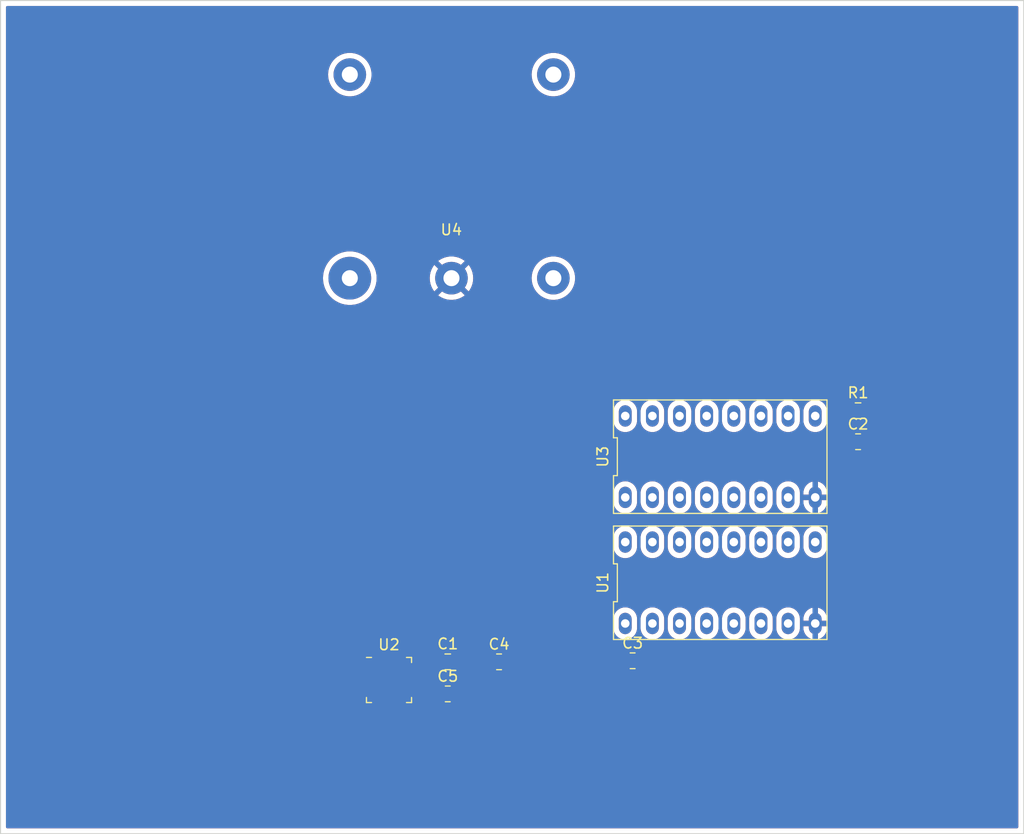
<source format=kicad_pcb>
(kicad_pcb (version 20211014) (generator pcbnew)
  (layers (0 "F.Cu" signal) (31 "B.Cu" signal) (34 "B.Paste" user) (35 "F.Paste" user) (36 "B.SilkS" user "B.Silkscreen") (37 "F.SilkS" user "F.Silkscreen") (38 "B.Mask" user) (39 "F.Mask" user) (44 "Edge.Cuts" user))
  (net 0 "")
  (net 1 "Net-(C1-Pad1)")
  (net 2 "GND")
  (net 3 "VCC")
  (net 18 "/uart_rx")
  (net 38 "/uart_tx")
  (footprint "gpsdo:DIP-16_300_ELL" (layer "F.Cu") (at 127.3 96.4)
    (fp_text reference "U1" (at -10.99 0 90) (layer "F.SilkS"))
    (fp_text value "CD74HC390")
    (fp_line (start -9.99 -5.31) (end -9.99 -1.77) (layer "F.SilkS") (width 0.12))
    (fp_line (start 9.99 5.31) (end 9.99 -5.309999) (layer "F.SilkS") (width 0.12))
    (fp_line (start 9.99 -5.309999) (end -9.99 -5.31) (layer "F.SilkS") (width 0.12))
    (fp_line (start -9.99 5.309999) (end 9.99 5.31) (layer "F.SilkS") (width 0.12))
    (fp_line (start -9.63 1.769999) (end -9.99 1.769999) (layer "F.SilkS") (width 0.12))
    (fp_line (start -9.99 -1.77) (end -9.63 -1.77) (layer "F.SilkS") (width 0.12))
    (fp_line (start -9.63 -1.77) (end -9.63 1.769999) (layer "F.SilkS") (width 0.12))
    (fp_line (start -9.99 1.769999) (end -9.99 5.309999) (layer "F.SilkS") (width 0.12))
    (pad "1" thru_hole oval (at -8.89 3.81) (size 1.2 2) (drill 0.8) (layers *.Cu *.Mask))
    (pad "2" thru_hole oval (at -6.35 3.81) (size 1.2 2) (drill 0.8) (layers *.Cu *.Mask))
    (pad "3" thru_hole oval (at -3.81 3.81) (size 1.2 2) (drill 0.8) (layers *.Cu *.Mask))
    (pad "4" thru_hole oval (at -1.27 3.81) (size 1.2 2) (drill 0.8) (layers *.Cu *.Mask))
    (pad "5" thru_hole oval (at 1.27 3.81) (size 1.2 2) (drill 0.8) (layers *.Cu *.Mask))
    (pad "6" thru_hole oval (at 3.81 3.81) (size 1.2 2) (drill 0.8) (layers *.Cu *.Mask))
    (pad "7" thru_hole oval (at 6.35 3.81) (size 1.2 2) (drill 0.8) (layers *.Cu *.Mask))
    (pad "8" thru_hole oval (at 8.89 3.81) (size 1.2 2) (drill 0.8) (layers *.Cu *.Mask) (net 2 "GND"))
    (pad "9" thru_hole oval (at 8.89 -3.81) (size 1.2 2) (drill 0.8) (layers *.Cu *.Mask))
    (pad "10" thru_hole oval (at 6.35 -3.81) (size 1.2 2) (drill 0.8) (layers *.Cu *.Mask))
    (pad "11" thru_hole oval (at 3.81 -3.81) (size 1.2 2) (drill 0.8) (layers *.Cu *.Mask))
    (pad "12" thru_hole oval (at 1.27 -3.81) (size 1.2 2) (drill 0.8) (layers *.Cu *.Mask))
    (pad "13" thru_hole oval (at -1.27 -3.81) (size 1.2 2) (drill 0.8) (layers *.Cu *.Mask))
    (pad "14" thru_hole oval (at -3.81 -3.81) (size 1.2 2) (drill 0.8) (layers *.Cu *.Mask))
    (pad "15" thru_hole oval (at -6.35 -3.81) (size 1.2 2) (drill 0.8) (layers *.Cu *.Mask))
    (pad "16" thru_hole oval (at -8.89 -3.81) (size 1.2 2) (drill 0.8) (layers *.Cu *.Mask) (net 3 "VCC"))
  )
  (footprint "Package_DFN_QFN:QFN-24-1EP_4x4mm_P0.5mm_EP2.6x2.6mm" (layer "F.Cu") (at 96.3 105.5)
    (fp_text reference "U2" (at 0 -3.3) (layer "F.SilkS"))
    (fp_text value "ATtiny3217-M")
    (fp_line (start 2.11 -2.11) (end 2.11 -1.635) (layer "F.SilkS") (width 0.12))
    (fp_line (start 2.11 2.11) (end 2.11 1.635) (layer "F.SilkS") (width 0.12))
    (fp_line (start -1.635 -2.11) (end -2.11 -2.11) (layer "F.SilkS") (width 0.12))
    (fp_line (start 1.635 -2.11) (end 2.11 -2.11) (layer "F.SilkS") (width 0.12))
    (fp_line (start 1.635 2.11) (end 2.11 2.11) (layer "F.SilkS") (width 0.12))
    (fp_line (start -2.11 2.11) (end -2.11 1.635) (layer "F.SilkS") (width 0.12))
    (fp_line (start -1.635 2.11) (end -2.11 2.11) (layer "F.SilkS") (width 0.12))
    (pad "1" smd roundrect (at -1.9375 -1.25) (size 0.825 0.25) (layers "F.Cu" "F.Paste" "F.Mask") (net 18 "/uart_rx"))
    (pad "2" smd roundrect (at -1.9375 -0.75) (size 0.825 0.25) (layers "F.Cu" "F.Paste" "F.Mask"))
    (pad "3" smd roundrect (at -1.9375 -0.25) (size 0.825 0.25) (layers "F.Cu" "F.Paste" "F.Mask") (net 2 "GND"))
    (pad "4" smd roundrect (at -1.9375 0.25) (size 0.825 0.25) (layers "F.Cu" "F.Paste" "F.Mask") (net 3 "VCC"))
    (pad "5" smd roundrect (at -1.9375 0.75) (size 0.825 0.25) (layers "F.Cu" "F.Paste" "F.Mask"))
    (pad "6" smd roundrect (at -1.9375 1.25) (size 0.825 0.25) (layers "F.Cu" "F.Paste" "F.Mask"))
    (pad "7" smd roundrect (at -1.25 1.9375) (size 0.25 0.825) (layers "F.Cu" "F.Paste" "F.Mask"))
    (pad "8" smd roundrect (at -0.75 1.9375) (size 0.25 0.825) (layers "F.Cu" "F.Paste" "F.Mask"))
    (pad "9" smd roundrect (at -0.25 1.9375) (size 0.25 0.825) (layers "F.Cu" "F.Paste" "F.Mask"))
    (pad "10" smd roundrect (at 0.25 1.9375) (size 0.25 0.825) (layers "F.Cu" "F.Paste" "F.Mask"))
    (pad "11" smd roundrect (at 0.75 1.9375) (size 0.25 0.825) (layers "F.Cu" "F.Paste" "F.Mask"))
    (pad "12" smd roundrect (at 1.25 1.9375) (size 0.25 0.825) (layers "F.Cu" "F.Paste" "F.Mask"))
    (pad "13" smd roundrect (at 1.9375 1.25) (size 0.825 0.25) (layers "F.Cu" "F.Paste" "F.Mask"))
    (pad "14" smd roundrect (at 1.9375 0.75) (size 0.825 0.25) (layers "F.Cu" "F.Paste" "F.Mask"))
    (pad "15" smd roundrect (at 1.9375 0.25) (size 0.825 0.25) (layers "F.Cu" "F.Paste" "F.Mask"))
    (pad "16" smd roundrect (at 1.9375 -0.25) (size 0.825 0.25) (layers "F.Cu" "F.Paste" "F.Mask"))
    (pad "17" smd roundrect (at 1.9375 -0.75) (size 0.825 0.25) (layers "F.Cu" "F.Paste" "F.Mask"))
    (pad "18" smd roundrect (at 1.9375 -1.25) (size 0.825 0.25) (layers "F.Cu" "F.Paste" "F.Mask"))
    (pad "19" smd roundrect (at 1.25 -1.9375) (size 0.25 0.825) (layers "F.Cu" "F.Paste" "F.Mask"))
    (pad "20" smd roundrect (at 0.75 -1.9375) (size 0.25 0.825) (layers "F.Cu" "F.Paste" "F.Mask"))
    (pad "21" smd roundrect (at 0.25 -1.9375) (size 0.25 0.825) (layers "F.Cu" "F.Paste" "F.Mask"))
    (pad "22" smd roundrect (at -0.25 -1.9375) (size 0.25 0.825) (layers "F.Cu" "F.Paste" "F.Mask"))
    (pad "23" smd roundrect (at -0.75 -1.9375) (size 0.25 0.825) (layers "F.Cu" "F.Paste" "F.Mask") (net 1 "Net-(C1-Pad1)"))
    (pad "24" smd roundrect (at -1.25 -1.9375) (size 0.25 0.825) (layers "F.Cu" "F.Paste" "F.Mask") (net 38 "/uart_tx"))
    (pad "25" smd rect (at 0 0) (size 2.6 2.6) (layers "F.Cu" "F.Mask") (net 2 "GND"))
  )
  (footprint "Resistor_SMD:R_0805_2012Metric_Pad1.20x1.40mm_HandSolder" (layer "F.Cu") (at 106.6 103.8)
    (fp_text reference "C4" (at 0 -1.65) (layer "F.SilkS"))
    (fp_text value "100nF")
    (fp_line (start -0.227064 0.735) (end 0.227064 0.735) (layer "F.SilkS") (width 0.12))
    (fp_line (start -0.227064 -0.735) (end 0.227064 -0.735) (layer "F.SilkS") (width 0.12))
    (pad "1" smd roundrect (at -1 0) (size 1.2 1.4) (layers "F.Cu" "F.Paste" "F.Mask") (roundrect_rratio 0.208333) (net 3 "VCC"))
    (pad "2" smd roundrect (at 1 0) (size 1.2 1.4) (layers "F.Cu" "F.Paste" "F.Mask") (roundrect_rratio 0.208333) (net 2 "GND"))
  )
  (footprint "Capacitor_SMD:C_0805_2012Metric_Pad1.18x1.45mm_HandSolder" (layer "F.Cu") (at 101.8 103.8)
    (fp_text reference "C1" (at 0 -1.68) (layer "F.SilkS"))
    (fp_text value "1nF")
    (fp_line (start -0.261252 0.735) (end 0.261252 0.735) (layer "F.SilkS") (width 0.12))
    (fp_line (start -0.261252 -0.735) (end 0.261252 -0.735) (layer "F.SilkS") (width 0.12))
    (pad "1" smd roundrect (at -1.0375 0) (size 1.175 1.45) (layers "F.Cu" "F.Paste" "F.Mask") (roundrect_rratio 0.212766) (net 1 "Net-(C1-Pad1)"))
    (pad "2" smd roundrect (at 1.0375 0) (size 1.175 1.45) (layers "F.Cu" "F.Paste" "F.Mask") (roundrect_rratio 0.212766) (net 2 "GND"))
  )
  (footprint "Resistor_SMD:R_0805_2012Metric_Pad1.20x1.40mm_HandSolder" (layer "F.Cu") (at 140.2 83.2)
    (fp_text reference "C2" (at 0 -1.65) (layer "F.SilkS"))
    (fp_text value "100nF")
    (fp_line (start -0.227064 -0.735) (end 0.227064 -0.735) (layer "F.SilkS") (width 0.12))
    (fp_line (start -0.227064 0.735) (end 0.227064 0.735) (layer "F.SilkS") (width 0.12))
    (pad "1" smd roundrect (at -1 0) (size 1.2 1.4) (layers "F.Cu" "F.Paste" "F.Mask") (roundrect_rratio 0.208333) (net 3 "VCC"))
    (pad "2" smd roundrect (at 1 0) (size 1.2 1.4) (layers "F.Cu" "F.Paste" "F.Mask") (roundrect_rratio 0.208333) (net 2 "GND"))
  )
  (footprint "Capacitor_SMD:C_0805_2012Metric_Pad1.18x1.45mm_HandSolder" (layer "F.Cu") (at 140.2 80.3)
    (fp_text reference "R1" (at 0 -1.68) (layer "F.SilkS"))
    (fp_text value "4k7")
    (fp_line (start -0.261252 0.735) (end 0.261252 0.735) (layer "F.SilkS") (width 0.12))
    (fp_line (start -0.261252 -0.735) (end 0.261252 -0.735) (layer "F.SilkS") (width 0.12))
    (pad "1" smd roundrect (at -1.0375 0) (size 1.175 1.45) (layers "F.Cu" "F.Paste" "F.Mask") (roundrect_rratio 0.212766) (net 3 "VCC"))
    (pad "2" smd roundrect (at 1.0375 0) (size 1.175 1.45) (layers "F.Cu" "F.Paste" "F.Mask") (roundrect_rratio 0.212766) (net 1 "Net-(C1-Pad1)"))
  )
  (footprint "gpsdo:DIP-16_300_ELL" (layer "F.Cu") (at 127.3 84.6)
    (fp_text reference "U3" (at -10.99 0 90) (layer "F.SilkS"))
    (fp_text value "MC74HC4046")
    (fp_line (start 9.99 -5.309999) (end -9.99 -5.31) (layer "F.SilkS") (width 0.12))
    (fp_line (start -9.63 -1.77) (end -9.63 1.769999) (layer "F.SilkS") (width 0.12))
    (fp_line (start -9.99 5.309999) (end 9.99 5.31) (layer "F.SilkS") (width 0.12))
    (fp_line (start -9.99 1.769999) (end -9.99 5.309999) (layer "F.SilkS") (width 0.12))
    (fp_line (start 9.99 5.31) (end 9.99 -5.309999) (layer "F.SilkS") (width 0.12))
    (fp_line (start -9.99 -5.31) (end -9.99 -1.77) (layer "F.SilkS") (width 0.12))
    (fp_line (start -9.99 -1.77) (end -9.63 -1.77) (layer "F.SilkS") (width 0.12))
    (fp_line (start -9.63 1.769999) (end -9.99 1.769999) (layer "F.SilkS") (width 0.12))
    (pad "1" thru_hole oval (at -8.89 3.81) (size 1.2 2) (drill 0.8) (layers *.Cu *.Mask))
    (pad "2" thru_hole oval (at -6.35 3.81) (size 1.2 2) (drill 0.8) (layers *.Cu *.Mask))
    (pad "3" thru_hole oval (at -3.81 3.81) (size 1.2 2) (drill 0.8) (layers *.Cu *.Mask))
    (pad "4" thru_hole oval (at -1.27 3.81) (size 1.2 2) (drill 0.8) (layers *.Cu *.Mask))
    (pad "5" thru_hole oval (at 1.27 3.81) (size 1.2 2) (drill 0.8) (layers *.Cu *.Mask))
    (pad "6" thru_hole oval (at 3.81 3.81) (size 1.2 2) (drill 0.8) (layers *.Cu *.Mask))
    (pad "7" thru_hole oval (at 6.35 3.81) (size 1.2 2) (drill 0.8) (layers *.Cu *.Mask))
    (pad "8" thru_hole oval (at 8.89 3.81) (size 1.2 2) (drill 0.8) (layers *.Cu *.Mask) (net 2 "GND"))
    (pad "9" thru_hole oval (at 8.89 -3.81) (size 1.2 2) (drill 0.8) (layers *.Cu *.Mask))
    (pad "10" thru_hole oval (at 6.35 -3.81) (size 1.2 2) (drill 0.8) (layers *.Cu *.Mask))
    (pad "11" thru_hole oval (at 3.81 -3.81) (size 1.2 2) (drill 0.8) (layers *.Cu *.Mask))
    (pad "12" thru_hole oval (at 1.27 -3.81) (size 1.2 2) (drill 0.8) (layers *.Cu *.Mask))
    (pad "13" thru_hole oval (at -1.27 -3.81) (size 1.2 2) (drill 0.8) (layers *.Cu *.Mask))
    (pad "14" thru_hole oval (at -3.81 -3.81) (size 1.2 2) (drill 0.8) (layers *.Cu *.Mask))
    (pad "15" thru_hole oval (at -6.35 -3.81) (size 1.2 2) (drill 0.8) (layers *.Cu *.Mask))
    (pad "16" thru_hole oval (at -8.89 -3.81) (size 1.2 2) (drill 0.8) (layers *.Cu *.Mask) (net 3 "VCC"))
  )
  (footprint "Resistor_SMD:R_0805_2012Metric_Pad1.20x1.40mm_HandSolder" (layer "F.Cu") (at 101.8 106.8)
    (fp_text reference "C5" (at 0 -1.65) (layer "F.SilkS"))
    (fp_text value "100nF")
    (fp_line (start -0.227064 -0.735) (end 0.227064 -0.735) (layer "F.SilkS") (width 0.12))
    (fp_line (start -0.227064 0.735) (end 0.227064 0.735) (layer "F.SilkS") (width 0.12))
    (pad "1" smd roundrect (at -1 0) (size 1.2 1.4) (layers "F.Cu" "F.Paste" "F.Mask") (roundrect_rratio 0.208333) (net 3 "VCC"))
    (pad "2" smd roundrect (at 1 0) (size 1.2 1.4) (layers "F.Cu" "F.Paste" "F.Mask") (roundrect_rratio 0.208333) (net 2 "GND"))
  )
  (footprint "gpsdo:CTI OXCO" (layer "F.Cu") (at 102.108 61.468)
    (fp_text reference "U4" (at 0.025 1.9 unlocked) (layer "F.SilkS"))
    (fp_text value "OCS52A")
    (pad "1" thru_hole circle (at -9.475 6.425 180) (size 4 4) (drill 1.5) (layers *.Cu *.Mask))
    (pad "2" thru_hole circle (at 0.0375 6.425 180) (size 3.048 3.048) (drill 1.5) (layers *.Cu *.Mask) (net 2 "GND"))
    (pad "3" thru_hole circle (at 9.575 6.425 180) (size 3.048 3.048) (drill 1.5) (layers *.Cu *.Mask))
    (pad "4" thru_hole circle (at 9.575 -12.625 180) (size 3.048 3.048) (drill 1.5) (layers *.Cu *.Mask))
    (pad "5" thru_hole circle (at -9.475 -12.625 180) (size 3.048 3.048) (drill 1.5) (layers *.Cu *.Mask) (net 3 "VCC"))
  )
  (footprint "Resistor_SMD:R_0805_2012Metric_Pad1.20x1.40mm_HandSolder" (layer "F.Cu") (at 119.1 103.7)
    (fp_text reference "C3" (at 0 -1.65) (layer "F.SilkS"))
    (fp_text value "100nF")
    (fp_line (start -0.227064 0.735) (end 0.227064 0.735) (layer "F.SilkS") (width 0.12))
    (fp_line (start -0.227064 -0.735) (end 0.227064 -0.735) (layer "F.SilkS") (width 0.12))
    (pad "1" smd roundrect (at -1 0) (size 1.2 1.4) (layers "F.Cu" "F.Paste" "F.Mask") (roundrect_rratio 0.208333) (net 3 "VCC"))
    (pad "2" smd roundrect (at 1 0) (size 1.2 1.4) (layers "F.Cu" "F.Paste" "F.Mask") (roundrect_rratio 0.208333) (net 2 "GND"))
  )
  (gr_rect (start 59.944 41.91) (end 155.702 119.888) (layer "Edge.Cuts") (width 0.1) (fill none))
  (zone (net 2) (net_name "GND") (layers F&B.Cu) (connect_pads (clearance 0.508)) (min_thickness 0.254) (fill yes (thermal_gap 0.508) (thermal_bridge_width 0.508))
    (polygon (pts (xy 155.702 119.888) (xy 59.944 119.888) (xy 59.944 41.91) (xy 155.702 41.91)))
  )
)
</source>
